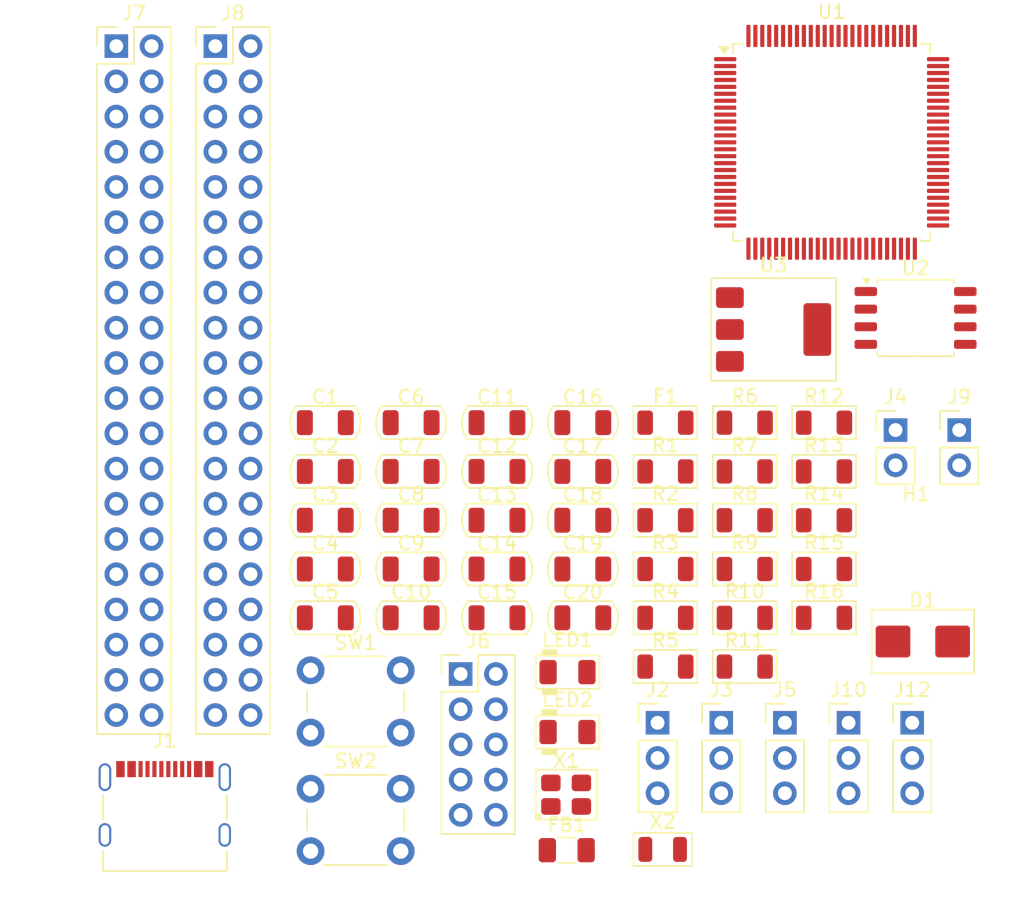
<source format=kicad_pcb>
(kicad_pcb (version 20241229) (generator "pcbnew") (generator_version "9.0")
  (layers (0 "F.Cu" signal) (2 "B.Cu" signal) (13 "F.Paste" user) (15 "B.Paste" user) (5 "F.SilkS" user "F.Silkscreen") (7 "B.SilkS" user "B.Silkscreen") (1 "F.Mask" user) (3 "B.Mask" user) (25 "Edge.Cuts" user))
  (net 0 "")
  (net 1 "GND")
  (net 2 "+BATT")
  (net 3 "Net-(J3-Pin_3)")
  (net 4 "+3.3V")
  (net 5 "Net-(J4-Pin_2)")
  (net 6 "/OSC+")
  (net 7 "/PC14")
  (net 8 "VBUS")
  (net 9 "VDDA")
  (net 10 "/OSC-")
  (net 11 "/PC15")
  (net 12 "/NRST")
  (net 13 "+5V")
  (net 14 "Net-(C18-Pad2)")
  (net 15 "/PIN3_3V")
  (net 16 "Net-(F1-Pad2)")
  (net 17 "Net-(J5-Pin_2)")
  (net 18 "/USBDM")
  (net 19 "Net-(J1-CC2)")
  (net 22 "/USBDP")
  (net 23 "Net-(J1-CC1)")
  (net 24 "Net-(J2-Pin_2)")
  (net 25 "Net-(J3-Pin_2)")
  (net 26 "Net-(J4-Pin_1)")
  (net 27 "/PIN_VDDA")
  (net 28 "/JTDI")
  (net 29 "/JTCK-SWCLK")
  (net 30 "/JTMS-SWDIO")
  (net 31 "/JTDO")
  (net 32 "/SDIO_D0")
  (net 33 "/PE5")
  (net 34 "/PB6")
  (net 35 "/USART1_TX")
  (net 36 "/PE1")
  (net 37 "/PD12")
  (net 38 "/PC13")
  (net 39 "/PD1")
  (net 40 "/PC6")
  (net 41 "/PE0")
  (net 42 "/PB7")
  (net 43 "/SDIO_D2")
  (net 44 "/PB8")
  (net 45 "/PB9")
  (net 46 "/PD4")
  (net 47 "/PD7")
  (net 48 "/PB4")
  (net 49 "/PC7")
  (net 50 "/SDIO_CMD")
  (net 51 "/PE6")
  (net 52 "/PE4")
  (net 53 "/SDIO_D3")
  (net 54 "/PD13")
  (net 55 "/PE2")
  (net 56 "/SDIO_CLK")
  (net 57 "/PD5")
  (net 58 "/PA8")
  (net 59 "/SDIO_D1")
  (net 60 "/PD15")
  (net 61 "/PB5")
  (net 62 "/PE3")
  (net 63 "/PD6")
  (net 64 "/USART1_RX")
  (net 65 "/SDIO_DET")
  (net 66 "/PD14")
  (net 67 "/PD0")
  (net 68 "/PA1")
  (net 69 "/PD11")
  (net 70 "/PA3")
  (net 71 "/SPI1_MISO")
  (net 72 "/SPI1_CS#")
  (net 73 "/PB0")
  (net 74 "/PC0")
  (net 75 "/PD8")
  (net 76 "/PB10")
  (net 77 "/PC5")
  (net 78 "/PB13")
  (net 79 "/PE11")
  (net 80 "/PE13")
  (net 81 "/WKUP")
  (net 82 "/PE9")
  (net 83 "/PC3")
  (net 84 "/PE7")
  (net 85 "/PE8")
  (net 86 "/PC1")
  (net 87 "/PA2")
  (net 88 "/PB14")
  (net 89 "/PC4")
  (net 90 "/PB15")
  (net 91 "/PB11")
  (net 92 "/PE12")
  (net 93 "/PE10")
  (net 94 "/PD9")
  (net 95 "/PC2")
  (net 96 "/PD10")
  (net 97 "/PB1")
  (net 98 "/PB12")
  (net 99 "/SPI1_MOSI")
  (net 100 "/PE15")
  (net 101 "/SPI1_SCLK")
  (net 102 "/PE14")
  (net 103 "Net-(J10-Pin_2)")
  (net 104 "Net-(J12-Pin_2)")
  (net 105 "Net-(LED2-A)")
  (net 106 "/BOOT0")
  (net 107 "/BOOT1")
  (footprint "PCM_Resistor_SMD_AKL:R_1206_3216Metric" (layer "F.Cu") (at 143.145 74.285)
    (property "Reference" "R13" (at 0 -1.905 0) (layer "F.SilkS"))
    (property "Value" "47KΩ" (hide yes))
    (pad "1" smd roundrect (at -1.4625 0) (size 1.125 1.75) (layers "F.Cu" "F.Mask" "F.Paste") (roundrect_rratio 0.222222) (net 43 "/SDIO_D2"))
    (pad "2" smd roundrect (at 1.4625 0) (size 1.125 1.75) (layers "F.Cu" "F.Mask" "F.Paste") (roundrect_rratio 0.222222) (net 4 "+3.3V"))
  )
  (footprint "PCM_Capacitor_SMD_AKL:C_1206_3216Metric" (layer "F.Cu") (at 119.558799 77.805)
    (property "Reference" "C13" (at 0 -1.85 0) (layer "F.SilkS"))
    (property "Value" "100nF" (hide yes))
    (pad "1" smd roundrect (at -1.475 0) (size 1.15 1.8) (layers "F.Cu" "F.Mask" "F.Paste") (roundrect_rratio 0.217391) (net 4 "+3.3V"))
    (pad "2" smd roundrect (at 1.475 0) (size 1.15 1.8) (layers "F.Cu" "F.Mask" "F.Paste") (roundrect_rratio 0.217391) (net 1 "GND"))
  )
  (footprint "Connector_PinHeader_2.54mm:PinHeader_1x02_P2.54mm_Vertical" (layer "F.Cu") (at 148.3 71.3)
    (property "Reference" "J4" (at 0 -2.38 0) (layer "F.SilkS"))
    (property "Value" "Conn_01x02")
    (pad "1" thru_hole rect (at 0 0) (size 1.7 1.7) (drill 1) (layers "*.Cu" "*.Mask") (net 26 "Net-(J4-Pin_1)"))
    (pad "2" thru_hole circle (at 0 2.54) (size 1.7 1.7) (drill 1) (layers "*.Cu" "*.Mask") (net 5 "Net-(J4-Pin_2)"))
  )
  (footprint "PCM_Capacitor_SMD_AKL:C_1206_3216Metric" (layer "F.Cu") (at 125.747386 70.765)
    (property "Reference" "C16" (at 0 -1.85 0) (layer "F.SilkS"))
    (property "Value" "100nF" (hide yes))
    (pad "1" smd roundrect (at -1.475 0) (size 1.15 1.8) (layers "F.Cu" "F.Mask" "F.Paste") (roundrect_rratio 0.217391) (net 12 "/NRST"))
    (pad "2" smd roundrect (at 1.475 0) (size 1.15 1.8) (layers "F.Cu" "F.Mask" "F.Paste") (roundrect_rratio 0.217391) (net 1 "GND"))
  )
  (footprint "Connector_PinHeader_2.54mm:PinHeader_2x20_P2.54mm_Vertical" (layer "F.Cu") (at 99.25 43.6)
    (property "Reference" "J8" (at 1.27 -2.38 0) (layer "F.SilkS"))
    (property "Value" "Conn_02x20_Odd_Even")
    (pad "1" thru_hole rect (at 0 0) (size 1.7 1.7) (drill 1) (layers "*.Cu" "*.Mask") (net 68 "/PA1"))
    (pad "2" thru_hole circle (at 2.54 0) (size 1.7 1.7) (drill 1) (layers "*.Cu" "*.Mask") (net 87 "/PA2"))
    (pad "3" thru_hole circle (at 0 2.54) (size 1.7 1.7) (drill 1) (layers "*.Cu" "*.Mask") (net 83 "/PC3"))
    (pad "4" thru_hole circle (at 2.54 2.54) (size 1.7 1.7) (drill 1) (layers "*.Cu" "*.Mask") (net 81 "/WKUP"))
    (pad "5" thru_hole circle (at 0 5.08) (size 1.7 1.7) (drill 1) (layers "*.Cu" "*.Mask") (net 70 "/PA3"))
    (pad "6" thru_hole circle (at 2.54 5.08) (size 1.7 1.7) (drill 1) (layers "*.Cu" "*.Mask") (net 95 "/PC2"))
    (pad "7" thru_hole circle (at 0 7.62) (size 1.7 1.7) (drill 1) (layers "*.Cu" "*.Mask") (net 86 "/PC1"))
    (pad "8" thru_hole circle (at 2.54 7.62) (size 1.7 1.7) (drill 1) (layers "*.Cu" "*.Mask") (net 74 "/PC0"))
    (pad "9" thru_hole circle (at 0 10.16) (size 1.7 1.7) (drill 1) (layers "*.Cu" "*.Mask") (net 12 "/NRST"))
    (pad "10" thru_hole circle (at 2.54 10.16) (size 1.7 1.7) (drill 1) (layers "*.Cu" "*.Mask") (net 72 "/SPI1_CS#"))
    (pad "11" thru_hole circle (at 0 12.7) (size 1.7 1.7) (drill 1) (layers "*.Cu" "*.Mask") (net 101 "/SPI1_SCLK"))
    (pad "12" thru_hole circle (at 2.54 12.7) (size 1.7 1.7) (drill 1) (layers "*.Cu" "*.Mask") (net 71 "/SPI1_MISO"))
    (pad "13" thru_hole circle (at 0 15.24) (size 1.7 1.7) (drill 1) (layers "*.Cu" "*.Mask") (net 99 "/SPI1_MOSI"))
    (pad "14" thru_hole circle (at 2.54 15.24) (size 1.7 1.7) (drill 1) (layers "*.Cu" "*.Mask") (net 89 "/PC4"))
    (pad "15" thru_hole circle (at 0 17.78) (size 1.7 1.7) (drill 1) (layers "*.Cu" "*.Mask") (net 77 "/PC5"))
    (pad "16" thru_hole circle (at 2.54 17.78) (size 1.7 1.7) (drill 1) (layers "*.Cu" "*.Mask") (net 73 "/PB0"))
    (pad "17" thru_hole circle (at 0 20.32) (size 1.7 1.7) (drill 1) (layers "*.Cu" "*.Mask") (net 97 "/PB1"))
    (pad "18" thru_hole circle (at 2.54 20.32) (size 1.7 1.7) (drill 1) (layers "*.Cu" "*.Mask") (net 84 "/PE7"))
    (pad "19" thru_hole circle (at 0 22.86) (size 1.7 1.7) (drill 1) (layers "*.Cu" "*.Mask") (net 85 "/PE8"))
    (pad "20" thru_hole circle (at 2.54 22.86) (size 1.7 1.7) (drill 1) (layers "*.Cu" "*.Mask") (net 82 "/PE9"))
    (pad "21" thru_hole circle (at 0 25.4) (size 1.7 1.7) (drill 1) (layers "*.Cu" "*.Mask") (net 93 "/PE10"))
    (pad "22" thru_hole circle (at 2.54 25.4) (size 1.7 1.7) (drill 1) (layers "*.Cu" "*.Mask") (net 79 "/PE11"))
    (pad "23" thru_hole circle (at 0 27.94) (size 1.7 1.7) (drill 1) (layers "*.Cu" "*.Mask") (net 92 "/PE12"))
    (pad "24" thru_hole circle (at 2.54 27.94) (size 1.7 1.7) (drill 1) (layers "*.Cu" "*.Mask") (net 80 "/PE13"))
    (pad "25" thru_hole circle (at 0 30.48) (size 1.7 1.7) (drill 1) (layers "*.Cu" "*.Mask") (net 102 "/PE14"))
    (pad "26" thru_hole circle (at 2.54 30.48) (size 1.7 1.7) (drill 1) (layers "*.Cu" "*.Mask") (net 100 "/PE15"))
    (pad "27" thru_hole circle (at 0 33.02) (size 1.7 1.7) (drill 1) (layers "*.Cu" "*.Mask") (net 76 "/PB10"))
    (pad "28" thru_hole circle (at 2.54 33.02) (size 1.7 1.7) (drill 1) (layers "*.Cu" "*.Mask") (net 91 "/PB11"))
    (pad "29" thru_hole circle (at 0 35.56) (size 1.7 1.7) (drill 1) (layers "*.Cu" "*.Mask") (net 78 "/PB13"))
    (pad "30" thru_hole circle (at 2.54 35.56) (size 1.7 1.7) (drill 1) (layers "*.Cu" "*.Mask") (net 98 "/PB12"))
    (pad "31" thru_hole circle (at 0 38.1) (size 1.7 1.7) (drill 1) (layers "*.Cu" "*.Mask") (net 88 "/PB14"))
    (pad "32" thru_hole circle (at 2.54 38.1) (size 1.7 1.7) (drill 1) (layers "*.Cu" "*.Mask") (net 90 "/PB15"))
    (pad "33" thru_hole circle (at 0 40.64) (size 1.7 1.7) (drill 1) (layers "*.Cu" "*.Mask") (net 75 "/PD8"))
    (pad "34" thru_hole circle (at 2.54 40.64) (size 1.7 1.7) (drill 1) (layers "*.Cu" "*.Mask") (net 94 "/PD9"))
    (pad "35" thru_hole circle (at 0 43.18) (size 1.7 1.7) (drill 1) (layers "*.Cu" "*.Mask") (net 96 "/PD10"))
    (pad "36" thru_hole circle (at 2.54 43.18) (size 1.7 1.7) (drill 1) (layers "*.Cu" "*.Mask") (net 69 "/PD11"))
    (pad "37" thru_hole circle (at 0 45.72) (size 1.7 1.7) (drill 1) (layers "*.Cu" "*.Mask") (net 15 "/PIN3_3V"))
    (pad "38" thru_hole circle (at 2.54 45.72) (size 1.7 1.7) (drill 1) (layers "*.Cu" "*.Mask") (net 1 "GND"))
    (pad "39" thru_hole circle (at 0 48.26) (size 1.7 1.7) (drill 1) (layers "*.Cu" "*.Mask") (net 27 "/PIN_VDDA"))
    (pad "40" thru_hole circle (at 2.54 48.26) (size 1.7 1.7) (drill 1) (layers "*.Cu" "*.Mask") (net 1 "GND"))
  )
  (footprint "PCM_Package_TO_SOT_SMD_AKL:SOT-223-3_TabPin2" (layer "F.Cu") (at 139.505 64.045)
    (property "Reference" "U3" (at 0 -4.644 0) (layer "F.SilkS"))
    (property "Value" "AZ1117IH-3.3TRE1" (hide yes))
    (pad "1" smd roundrect (at -3.15 -2.3) (size 2 1.5) (layers "F.Cu" "F.Mask" "F.Paste") (roundrect_rratio 0.1666666667) (net 1 "GND"))
    (pad "2" smd roundrect (at -3.15 0) (size 2 1.5) (layers "F.Cu" "F.Mask" "F.Paste") (roundrect_rratio 0.1666666667) (net 15 "/PIN3_3V"))
    (pad "2" smd roundrect (at 3.15 0) (size 2 3.8) (layers "F.Cu" "F.Mask" "F.Paste") (roundrect_rratio 0.125) (net 15 "/PIN3_3V"))
    (pad "3" smd roundrect (at -3.15 2.3) (size 2 1.5) (layers "F.Cu" "F.Mask" "F.Paste") (roundrect_rratio 0.1666666667) (net 13 "+5V"))
  )
  (footprint "Connector_USB:USB_C_Receptacle_Palconn_UTC16-G" (layer "F.Cu") (at 95.61 98.27)
    (property "Reference" "J1" (at 0 -4.58 0) (layer "F.SilkS"))
    (property "Value" "USB_C_Receptacle_USB2.0_16P")
    (pad "" np_thru_hole circle (at -2.89 -1.45 180) (size 0.6 0.6) (drill 0.6) (layers "*.Cu" "*.Mask"))
    (pad "" np_thru_hole circle (at 2.89 -1.45 180) (size 0.6 0.6) (drill 0.6) (layers "*.Cu" "*.Mask"))
    (pad "A1" smd rect (at -3.2 -2.51) (size 0.6 1.16) (layers "F.Cu" "F.Mask" "F.Paste") (net 1 "GND"))
    (pad "A4" smd rect (at -2.4 -2.51) (size 0.6 1.16) (layers "F.Cu" "F.Mask" "F.Paste") (net 16 "Net-(F1-Pad2)"))
    (pad "A5" smd rect (at -1.25 -2.51 180) (size 0.3 1.16) (layers "F.Cu" "F.Mask" "F.Paste") (net 23 "Net-(J1-CC1)"))
    (pad "A6" smd rect (at -0.25 -2.51 180) (size 0.3 1.16) (layers "F.Cu" "F.Mask" "F.Paste") (net 22 "/USBDP"))
    (pad "A7" smd rect (at 0.25 -2.51 180) (size 0.3 1.16) (layers "F.Cu" "F.Mask" "F.Paste") (net 18 "/USBDM"))
    (pad "A8" smd rect (at 1.25 -2.51 180) (size 0.3 1.16) (layers "F.Cu" "F.Mask" "F.Paste"))
    (pad "A9" smd rect (at 2.4 -2.51) (size 0.6 1.16) (layers "F.Cu" "F.Mask" "F.Paste") (net 16 "Net-(F1-Pad2)"))
    (pad "A12" smd rect (at 3.2 -2.51) (size 0.6 1.16) (layers "F.Cu" "F.Mask" "F.Paste") (net 1 "GND"))
    (pad "B1" smd rect (at 3.2 -2.51) (size 0.6 1.16) (layers "F.Cu" "F.Mask" "F.Paste") (net 1 "GND"))
    (pad "B4" smd rect (at 2.4 -2.51) (size 0.6 1.16) (layers "F.Cu" "F.Mask" "F.Paste") (net 16 "Net-(F1-Pad2)"))
    (pad "B5" smd rect (at 1.75 -2.51 180) (size 0.3 1.16) (layers "F.Cu" "F.Mask" "F.Paste") (net 19 "Net-(J1-CC2)"))
    (pad "B6" smd rect (at 0.75 -2.51 180) (size 0.3 1.16) (layers "F.Cu" "F.Mask" "F.Paste") (net 22 "/USBDP"))
    (pad "B7" smd rect (at -0.75 -2.51 180) (size 0.3 1.16) (layers "F.Cu" "F.Mask" "F.Paste") (net 18 "/USBDM"))
    (pad "B8" smd rect (at -1.75 -2.51 180) (size 0.3 1.16) (layers "F.Cu" "F.Mask" "F.Paste"))
    (pad "B9" smd rect (at -2.4 -2.51) (size 0.6 1.16) (layers "F.Cu" "F.Mask" "F.Paste") (net 16 "Net-(F1-Pad2)"))
    (pad "B12" smd rect (at -3.2 -2.51) (size 0.6 1.16) (layers "F.Cu" "F.Mask" "F.Paste") (net 1 "GND"))
    (pad "S1" thru_hole oval (at -4.32 -1.93 90) (size 2 0.9) (drill oval 1.7 0.6) (property pad_prop_heatsink) (layers "*.Cu" "*.Mask") (net 1 "GND"))
    (pad "S1" thru_hole oval (at -4.32 2.24 90) (size 1.7 0.9) (drill oval 1.4 0.6) (property pad_prop_heatsink) (layers "*.Cu" "*.Mask") (net 1 "GND"))
    (pad "S1" thru_hole oval (at 4.32 -1.93 90) (size 2 0.9) (drill oval 1.7 0.6) (property pad_prop_heatsink) (layers "*.Cu" "*.Mask") (net 1 "GND"))
    (pad "S1" thru_hole oval (at 4.32 2.24 90) (size 1.7 0.9) (drill oval 1.4 0.6) (property pad_prop_heatsink) (layers "*.Cu" "*.Mask") (net 1 "GND"))
  )
  (footprint "PCM_Resistor_SMD_AKL:R_1206_3216Metric" (layer "F.Cu") (at 143.145 81.325)
    (property "Reference" "R15" (at 0 -1.905 0) (layer "F.SilkS"))
    (property "Value" "10KΩ" (hide yes))
    (pad "1" smd roundrect (at -1.4625 0) (size 1.125 1.75) (layers "F.Cu" "F.Mask" "F.Paste") (roundrect_rratio 0.222222) (net 4 "+3.3V"))
    (pad "2" smd roundrect (at 1.4625 0) (size 1.125 1.75) (layers "F.Cu" "F.Mask" "F.Paste") (roundrect_rratio 0.222222) (net 105 "Net-(LED2-A)"))
  )
  (footprint "PCM_Capacitor_SMD_AKL:C_1206_3216Metric" (layer "F.Cu") (at 113.370212 74.285)
    (property "Reference" "C7" (at 0 -1.85 0) (layer "F.SilkS"))
    (property "Value" "100nF" (hide yes))
    (pad "1" smd roundrect (at -1.475 0) (size 1.15 1.8) (layers "F.Cu" "F.Mask" "F.Paste") (roundrect_rratio 0.217391) (net 4 "+3.3V"))
    (pad "2" smd roundrect (at 1.475 0) (size 1.15 1.8) (layers "F.Cu" "F.Mask" "F.Paste") (roundrect_rratio 0.217391) (net 1 "GND"))
  )
  (footprint "PCM_Resistor_SMD_AKL:R_1206_3216Metric" (layer "F.Cu") (at 131.705 70.765)
    (property "Reference" "F1" (at 0 -1.905 0) (layer "F.SilkS"))
    (property "Value" "5V1A" (hide yes))
    (pad "1" smd roundrect (at -1.4625 0) (size 1.125 1.75) (layers "F.Cu" "F.Mask" "F.Paste") (roundrect_rratio 0.222222) (net 8 "VBUS"))
    (pad "2" smd roundrect (at 1.4625 0) (size 1.125 1.75) (layers "F.Cu" "F.Mask" "F.Paste") (roundrect_rratio 0.222222) (net 16 "Net-(F1-Pad2)"))
  )
  (footprint "PCM_Capacitor_SMD_AKL:C_1206_3216Metric" (layer "F.Cu") (at 113.370212 77.805)
    (property "Reference" "C8" (at 0 -1.85 0) (layer "F.SilkS"))
    (property "Value" "100nF" (hide yes))
    (pad "1" smd roundrect (at -1.475 0) (size 1.15 1.8) (layers "F.Cu" "F.Mask" "F.Paste") (roundrect_rratio 0.217391) (net 4 "+3.3V"))
    (pad "2" smd roundrect (at 1.475 0) (size 1.15 1.8) (layers "F.Cu" "F.Mask" "F.Paste") (roundrect_rratio 0.217391) (net 1 "GND"))
  )
  (footprint "Connector_PinHeader_2.54mm:PinHeader_2x20_P2.54mm_Vertical" (layer "F.Cu") (at 92.11 43.6)
    (property "Reference" "J7" (at 1.27 -2.38 0) (layer "F.SilkS"))
    (property "Value" "Conn_02x20_Odd_Even")
    (pad "1" thru_hole rect (at 0 0) (size 1.7 1.7) (drill 1) (layers "*.Cu" "*.Mask") (net 33 "/PE5"))
    (pad "2" thru_hole circle (at 2.54 0) (size 1.7 1.7) (drill 1) (layers "*.Cu" "*.Mask") (net 51 "/PE6"))
    (pad "3" thru_hole circle (at 0 2.54) (size 1.7 1.7) (drill 1) (layers "*.Cu" "*.Mask") (net 62 "/PE3"))
    (pad "4" thru_hole circle (at 2.54 2.54) (size 1.7 1.7) (drill 1) (layers "*.Cu" "*.Mask") (net 52 "/PE4"))
    (pad "5" thru_hole circle (at 0 5.08) (size 1.7 1.7) (drill 1) (layers "*.Cu" "*.Mask") (net 38 "/PC13"))
    (pad "6" thru_hole circle (at 2.54 5.08) (size 1.7 1.7) (drill 1) (layers "*.Cu" "*.Mask") (net 55 "/PE2"))
    (pad "7" thru_hole circle (at 0 7.62) (size 1.7 1.7) (drill 1) (layers "*.Cu" "*.Mask") (net 41 "/PE0"))
    (pad "8" thru_hole circle (at 2.54 7.62) (size 1.7 1.7) (drill 1) (layers "*.Cu" "*.Mask") (net 36 "/PE1"))
    (pad "9" thru_hole circle (at 0 10.16) (size 1.7 1.7) (drill 1) (layers "*.Cu" "*.Mask") (net 44 "/PB8"))
    (pad "10" thru_hole circle (at 2.54 10.16) (size 1.7 1.7) (drill 1) (layers "*.Cu" "*.Mask") (net 45 "/PB9"))
    (pad "11" thru_hole circle (at 0 12.7) (size 1.7 1.7) (drill 1) (layers "*.Cu" "*.Mask") (net 34 "/PB6"))
    (pad "12" thru_hole circle (at 2.54 12.7) (size 1.7 1.7) (drill 1) (layers "*.Cu" "*.Mask") (net 42 "/PB7"))
    (pad "13" thru_hole circle (at 0 15.24) (size 1.7 1.7) (drill 1) (layers "*.Cu" "*.Mask") (net 48 "/PB4"))
    (pad "14" thru_hole circle (at 2.54 15.24) (size 1.7 1.7) (drill 1) (layers "*.Cu" "*.Mask") (net 61 "/PB5"))
    (pad "15" thru_hole circle (at 0 17.78) (size 1.7 1.7) (drill 1) (layers "*.Cu" "*.Mask") (net 47 "/PD7"))
    (pad "16" thru_hole circle (at 2.54 17.78) (size 1.7 1.7) (drill 1) (layers "*.Cu" "*.Mask") (net 63 "/PD6"))
    (pad "17" thru_hole circle (at 0 20.32) (size 1.7 1.7) (drill 1) (layers "*.Cu" "*.Mask") (net 46 "/PD4"))
    (pad "18" thru_hole circle (at 2.54 20.32) (size 1.7 1.7) (drill 1) (layers "*.Cu" "*.Mask") (net 57 "/PD5"))
    (pad "19" thru_hole circle (at 0 22.86) (size 1.7 1.7) (drill 1) (layers "*.Cu" "*.Mask") (net 50 "/SDIO_CMD"))
    (pad "20" thru_hole circle (at 2.54 22.86) (size 1.7 1.7) (drill 1) (layers "*.Cu" "*.Mask") (net 65 "/SDIO_DET"))
    (pad "21" thru_hole circle (at 0 25.4) (size 1.7 1.7) (drill 1) (layers "*.Cu" "*.Mask") (net 67 "/PD0"))
    (pad "22" thru_hole circle (at 2.54 25.4) (size 1.7 1.7) (drill 1) (layers "*.Cu" "*.Mask") (net 39 "/PD1"))
    (pad "23" thru_hole circle (at 0 27.94) (size 1.7 1.7) (drill 1) (layers "*.Cu" "*.Mask") (net 53 "/SDIO_D3"))
    (pad "24" thru_hole circle (at 2.54 27.94) (size 1.7 1.7) (drill 1) (layers "*.Cu" "*.Mask") (net 56 "/SDIO_CLK"))
    (pad "25" thru_hole circle (at 0 30.48) (size 1.7 1.7) (drill 1) (layers "*.Cu" "*.Mask") (net 64 "/USART1_RX"))
    (pad "26" thru_hole circle (at 2.54 30.48) (size 1.7 1.7) (drill 1) (layers "*.Cu" "*.Mask") (net 43 "/SDIO_D2"))
    (pad "27" thru_hole circle (at 0 33.02) (size 1.7 1.7) (drill 1) (layers "*.Cu" "*.Mask") (net 58 "/PA8"))
    (pad "28" thru_hole circle (at 2.54 33.02) (size 1.7 1.7) (drill 1) (layers "*.Cu" "*.Mask") (net 35 "/USART1_TX"))
    (pad "29" thru_hole circle (at 0 35.56) (size 1.7 1.7) (drill 1) (layers "*.Cu" "*.Mask") (net 32 "/SDIO_D0"))
    (pad "30" thru_hole circle (at 2.54 35.56) (size 1.7 1.7) (drill 1) (layers "*.Cu" "*.Mask") (net 59 "/SDIO_D1"))
    (pad "31" thru_hole circle (at 0 38.1) (size 1.7 1.7) (drill 1) (layers "*.Cu" "*.Mask") (net 40 "/PC6"))
    (pad "32" thru_hole circle (at 2.54 38.1) (size 1.7 1.7) (drill 1) (layers "*.Cu" "*.Mask") (net 49 "/PC7"))
    (pad "33" thru_hole circle (at 0 40.64) (size 1.7 1.7) (drill 1) (layers "*.Cu" "*.Mask") (net 66 "/PD14"))
    (pad "34" thru_hole circle (at 2.54 40.64) (size 1.7 1.7) (drill 1) (layers "*.Cu" "*.Mask") (net 60 "/PD15"))
    (pad "35" thru_hole circle (at 0 43.18) (size 1.7 1.7) (drill 1) (layers "*.Cu" "*.Mask") (net 37 "/PD12"))
    (pad "36" thru_hole circle (at 2.54 43.18) (size 1.7 1.7) (drill 1) (layers "*.Cu" "*.Mask") (net 54 "/PD13"))
    (pad "37" thru_hole circle (at 0 45.72) (size 1.7 1.7) (drill 1) (layers "*.Cu" "*.Mask") (net 1 "GND"))
    (pad "38" thru_hole circle (at 2.54 45.72) (size 1.7 1.7) (drill 1) (layers "*.Cu" "*.Mask") (net 8 "VBUS"))
    (pad "39" thru_hole circle (at 0 48.26) (size 1.7 1.7) (drill 1) (layers "*.Cu" "*.Mask") (net 1 "GND"))
    (pad "40" thru_hole circle (at 2.54 48.26) (size 1.7 1.7) (drill 1) (layers "*.Cu" "*.Mask") (net 2 "+BATT"))
  )
  (footprint "PCM_Capacitor_SMD_AKL:C_1206_3216Metric" (layer "F.Cu") (at 119.558799 84.845)
    (property "Reference" "C15" (at 0 -1.85 0) (layer "F.SilkS"))
    (property "Value" "22pF" (hide yes))
    (pad "1" smd roundrect (at -1.475 0) (size 1.15 1.8) (layers "F.Cu" "F.Mask" "F.Paste") (roundrect_rratio 0.217391) (net 11 "/PC15"))
    (pad "2" smd roundrect (at 1.475 0) (size 1.15 1.8) (layers "F.Cu" "F.Mask" "F.Paste") (roundrect_rratio 0.217391) (net 1 "GND"))
  )
  (footprint "Connector_PinHeader_2.54mm:PinHeader_1x02_P2.54mm_Vertical" (layer "F.Cu") (at 152.89 71.3)
    (property "Reference" "J9" (at 0 -2.38 0) (layer "F.SilkS"))
    (property "Value" "Conn_01x02")
    (pad "1" thru_hole rect (at 0 0) (size 1.7 1.7) (drill 1) (layers "*.Cu" "*.Mask") (net 4 "+3.3V"))
    (pad "2" thru_hole circle (at 0 2.54) (size 1.7 1.7) (drill 1) (layers "*.Cu" "*.Mask") (net 15 "/PIN3_3V"))
  )
  (footprint "PCM_Capacitor_SMD_AKL:C_1206_3216Metric" (layer "F.Cu") (at 107.181625 84.845)
    (property "Reference" "C5" (at 0 -1.85 0) (layer "F.SilkS"))
    (property "Value" "100nF" (hide yes))
    (pad "1" smd roundrect (at -1.475 0) (size 1.15 1.8) (layers "F.Cu" "F.Mask" "F.Paste") (roundrect_rratio 0.217391) (net 4 "+3.3V"))
    (pad "2" smd roundrect (at 1.475 0) (size 1.15 1.8) (layers "F.Cu" "F.Mask" "F.Paste") (roundrect_rratio 0.217391) (net 1 "GND"))
  )
  (footprint "PCM_Capacitor_SMD_AKL:C_1206_3216Metric" (layer "F.Cu") (at 107.181625 81.325)
    (property "Reference" "C4" (at 0 -1.85 0) (layer "F.SilkS"))
    (property "Value" "100nF" (hide yes))
    (pad "1" smd roundrect (at -1.475 0) (size 1.15 1.8) (layers "F.Cu" "F.Mask" "F.Paste") (roundrect_rratio 0.217391) (net 4 "+3.3V"))
    (pad "2" smd roundrect (at 1.475 0) (size 1.15 1.8) (layers "F.Cu" "F.Mask" "F.Paste") (roundrect_rratio 0.217391) (net 1 "GND"))
  )
  (footprint "PCM_Resistor_SMD_AKL:R_1206_3216Metric" (layer "F.Cu") (at 131.705 77.805)
    (property "Reference" "R2" (at 0 -1.905 0) (layer "F.SilkS"))
    (property "Value" "5.1KΩ" (hide yes))
    (pad "1" smd roundrect (at -1.4625 0) (size 1.125 1.75) (layers "F.Cu" "F.Mask" "F.Paste") (roundrect_rratio 0.222222) (net 1 "GND"))
    (pad "2" smd roundrect (at 1.4625 0) (size 1.125 1.75) (layers "F.Cu" "F.Mask" "F.Paste") (roundrect_rratio 0.222222) (net 19 "Net-(J1-CC2)"))
  )
  (footprint "PCM_LED_SMD_AKL:LED_1206_3216Metric" (layer "F.Cu") (at 124.645 93.085)
    (property "Reference" "LED2" (at 0 -2.32 0) (layer "F.SilkS"))
    (property "Value" "红" (hide yes))
    (pad "1" smd roundrect (at -1.4 0) (size 1.25 1.75) (layers "F.Cu" "F.Mask" "F.Paste") (roundrect_rratio 0.2) (net 1 "GND"))
    (pad "2" smd roundrect (at 1.4 0) (size 1.25 1.75) (layers "F.Cu" "F.Mask" "F.Paste") (roundrect_rratio 0.2) (net 105 "Net-(LED2-A)"))
  )
  (footprint "Connector_PinHeader_2.54mm:PinHeader_1x03_P2.54mm_Vertical" (layer "F.Cu") (at 149.5 92.42)
    (property "Reference" "J12" (at 0 -2.38 0) (layer "F.SilkS"))
    (property "Value" "Conn_01x03")
    (pad "1" thru_hole rect (at 0 0) (size 1.7 1.7) (drill 1) (layers "*.Cu" "*.Mask") (net 1 "GND"))
    (pad "2" thru_hole circle (at 0 2.54) (size 1.7 1.7) (drill 1) (layers "*.Cu" "*.Mask") (net 104 "Net-(J12-Pin_2)"))
    (pad "3" thru_hole circle (at 0 5.08) (size 1.7 1.7) (drill 1) (layers "*.Cu" "*.Mask") (net 4 "+3.3V"))
  )
  (footprint "MountingHole:MountingHole_3mm" (layer "F.Cu") (at 149.78 79.92)
    (property "Reference" "H1" (at 0 -4 0) (layer "F.SilkS"))
    (property "Value" "MountingHole_Pad")
    (pad "" np_thru_hole circle (at 0 0) (size 3 3) (drill 3) (layers "*.Cu" "*.Mask"))
  )
  (footprint "PCM_4ms_Resistor:R_1206_3216Metric" (layer "F.Cu") (at 124.59 101.61)
    (property "Reference" "FB1" (at 0 -1.82 0) (layer "F.SilkS"))
    (property "Value" "FerriteBead")
    (pad "1" smd roundrect (at -1.4 0) (size 1.25 1.75) (layers "F.Cu" "F.Mask" "F.Paste") (roundrect_rratio 0.2) (net 17 "Net-(J5-Pin_2)"))
    (pad "2" smd roundrect (at 1.4 0) (size 1.25 1.75) (layers "F.Cu" "F.Mask" "F.Paste") (roundrect_rratio 0.2) (net 9 "VDDA"))
  )
  (footprint "PCM_Resistor_SMD_AKL:R_1206_3216Metric" (layer "F.Cu") (at 131.705 88.365)
    (property "Reference" "R5" (at 0 -1.905 0) (layer "F.SilkS"))
    (property "Value" "10KΩ" (hide yes))
    (pad "1" smd roundrect (at -1.4625 0) (size 1.125 1.75) (layers "F.Cu" "F.Mask" "F.Paste") (roundrect_rratio 0.222222) (net 4 "+3.3V"))
    (pad "2" smd roundrect (at 1.4625 0) (size 1.125 1.75) (layers "F.Cu" "F.Mask" "F.Paste") (roundrect_rratio 0.222222) (net 12 "/NRST"))
  )
  (footprint "PCM_Capacitor_SMD_AKL:C_1206_3216Metric" (layer "F.Cu") (at 125.747386 74.285)
    (property "Reference" "C17" (at 0 -1.85 0) (layer "F.SilkS"))
    (property "Value" "10uF" (hide yes))
    (pad "1" smd roundrect (at -1.475 0) (size 1.15 1.8) (layers "F.Cu" "F.Mask" "F.Paste") (roundrect_rratio 0.217391) (net 13 "+5V"))
    (pad "2" smd roundrect (at 1.475 0) (size 1.15 1.8) (layers "F.Cu" "F.Mask" "F.Paste") (roundrect_rratio 0.217391) (net 1 "GND"))
  )
  (footprint "Connector_PinHeader_2.54mm:PinHeader_2x05_P2.54mm_Vertical" (layer "F.Cu") (at 116.94 88.9)
    (property "Reference" "J6" (at 1.27 -2.38 0) (layer "F.SilkS"))
    (property "Value" "PINHD_2x5_Male")
    (pad "1" thru_hole rect (at 0 0) (size 1.7 1.7) (drill 1) (layers "*.Cu" "*.Mask") (net 1 "GND"))
    (pad "2" thru_hole circle (at 2.54 0) (size 1.7 1.7) (drill 1) (layers "*.Cu" "*.Mask") (net 4 "+3.3V"))
    (pad "3" thru_hole circle (at 0 2.54) (size 1.7 1.7) (drill 1) (layers "*.Cu" "*.Mask") (net 1 "GND"))
    (pad "4" thru_hole circle (at 2.54 2.54) (size 1.7 1.7) (drill 1) (layers "*.Cu" "*.Mask") (net 30 "/JTMS-SWDIO"))
    (pad "5" thru_hole circle (at 0 5.08) (size 1.7 1.7) (drill 1) (layers "*.Cu" "*.Mask") (net 1 "GND"))
    (pad "6" thru_hole circle (at 2.54 5.08) (size 1.7 1.7) (drill 1) (layers "*.Cu" "*.Mask") (net 29 "/JTCK-SWCLK"))
    (pad "7" thru_hole circle (at 0 7.62) (size 1.7 1.7) (drill 1) (layers "*.Cu" "*.Mask") (net 31 "/JTDO"))
    (pad "8" thru_hole circle (at 2.54 7.62) (size 1.7 1.7) (drill 1) (layers "*.Cu" "*.Mask") (net 1 "GND"))
    (pad "9" thru_hole circle (at 0 10.16) (size 1.7 1.7) (drill 1) (layers "*.Cu" "*.Mask") (net 28 "/JTDI"))
    (pad "10" thru_hole circle (at 2.54 10.16) (size 1.7 1.7) (drill 1) (layers "*.Cu" "*.Mask") (net 12 "/NRST"))
  )
  (footprint "Connector_PinHeader_2.54mm:PinHeader_1x03_P2.54mm_Vertical" (layer "F.Cu") (at 131.14 92.42)
    (property "Reference" "J2" (at 0 -2.38 0) (layer "F.SilkS"))
    (property "Value" "Conn_01x03")
    (pad "1" thru_hole rect (at 0 0) (size 1.7 1.7) (drill 1) (layers "*.Cu" "*.Mask") (net 4 "+3.3V"))
    (pad "2" thru_hole circle (at 0 2.54) (size 1.7 1.7) (drill 1) (layers "*.Cu" "*.Mask") (net 24 "Net-(J2-Pin_2)"))
    (pad "3" thru_hole circle (at 0 5.08) (size 1.7 1.7) (drill 1) (layers "*.Cu" "*.Mask") (net 1 "GND"))
  )
  (footprint "PCM_Capacitor_SMD_AKL:C_1206_3216Metric" (layer "F.Cu") (at 113.370212 84.845)
    (property "Reference" "C10" (at 0 -1.85 0) (layer "F.SilkS"))
    (property "Value" "22pF" (hide yes))
    (pad "1" smd roundrect (at -1.475 0) (size 1.15 1.8) (layers "F.Cu" "F.Mask" "F.Paste") (roundrect_rratio 0.217391) (net 7 "/PC14"))
    (pad "2" smd roundrect (at 1.475 0) (size 1.15 1.8) (layers "F.Cu" "F.Mask" "F.Paste") (roundrect_rratio 0.217391) (net 1 "GND"))
  )
  (footprint "PCM_Resistor_SMD_AKL:R_1206_3216Metric" (layer "F.Cu") (at 137.425 84.845)
    (property "Reference" "R10" (at 0 -1.905 0) (layer "F.SilkS"))
    (property "Value" "47KΩ" (hide yes))
    (pad "1" smd roundrect (at -1.4625 0) (size 1.125 1.75) (layers "F.Cu" "F.Mask" "F.Paste") (roundrect_rratio 0.222222) (net 32 "/SDIO_D0"))
    (pad "2" smd roundrect (at 1.4625 0) (size 1.125 1.75) (layers "F.Cu" "F.Mask" "F.Paste") (roundrect_rratio 0.222222) (net 4 "+3.3V"))
  )
  (footprint "Connector_PinHeader_2.54mm:PinHeader_1x03_P2.54mm_Vertical" (layer "F.Cu") (at 135.73 92.42)
    (property "Reference" "J3" (at 0 -2.38 0) (layer "F.SilkS"))
    (property "Value" "Conn_01x03")
    (pad "1" thru_hole rect (at 0 0) (size 1.7 1.7) (drill 1) (layers "*.Cu" "*.Mask") (net 1 "GND"))
    (pad "2" thru_hole circle (at 0 2.54) (size 1.7 1.7) (drill 1) (layers "*.Cu" "*.Mask") (net 25 "Net-(J3-Pin_2)"))
    (pad "3" thru_hole circle (at 0 5.08) (size 1.7 1.7) (drill 1) (layers "*.Cu" "*.Mask") (net 3 "Net-(J3-Pin_3)"))
  )
  (footprint "PCM_Crystal_AKL:Crystal_SMD_3215-2Pin_3.2x1.5mm" (layer "F.Cu") (at 131.505 101.555)
    (property "Reference" "X2" (at 0 -2 0) (layer "F.SilkS"))
    (property "Value" "SMD3215-2" (hide yes))
    (pad "1" smd roundrect (at 1.25 0) (size 1 1.8) (layers "F.Cu" "F.Mask" "F.Paste") (net 11 "/PC15"))
    (pad "2" smd roundrect (at -1.25 0) (size 1 1.8) (layers "F.Cu" "F.Mask" "F.Paste") (net 7 "/PC14"))
  )
  (footprint "PCM_Resistor_SMD_AKL:R_1206_3216Metric" (layer "F.Cu") (at 137.425 74.285)
    (property "Reference" "R7" (at 0 -1.905 0) (layer "F.SilkS"))
    (property "Value" "47KΩ" (hide yes))
    (pad "1" smd roundrect (at -1.4625 0) (size 1.125 1.75) (layers "F.Cu" "F.Mask" "F.Paste") (roundrect_rratio 0.222222) (net 65 "/SDIO_DET"))
    (pad "2" smd roundrect (at 1.4625 0) (size 1.125 1.75) (layers "F.Cu" "F.Mask" "F.Paste") (roundrect_rratio 0.222222) (net 4 "+3.3V"))
  )
  (footprint "PCM_Capacitor_SMD_AKL:C_1206_3216Metric" (layer "F.Cu") (at 119.558799 70.765)
    (property "Reference" "C11" (at 0 -1.85 0) (layer "F.SilkS"))
    (property "Value" "100nF" (hide yes))
    (pad "1" smd roundrect (at -1.475 0) (size 1.15 1.8) (layers "F.Cu" "F.Mask" "F.Paste") (roundrect_rratio 0.217391) (net 8 "VBUS"))
    (pad "2" smd roundrect (at 1.475 0) (size 1.15 1.8) (layers "F.Cu" "F.Mask" "F.Paste") (roundrect_rratio 0.217391) (net 1 "GND"))
  )
  (footprint "Connector_PinHeader_2.54mm:PinHeader_1x03_P2.54mm_Vertical" (layer "F.Cu") (at 140.32 92.42)
    (property "Reference" "J5" (at 0 -2.38 0) (layer "F.SilkS"))
    (property "Value" "Conn_01x03")
    (pad "1" thru_hole rect (at 0 0) (size 1.7 1.7) (drill 1) (layers "*.Cu" "*.Mask") (net 27 "/PIN_VDDA"))
    (pad "2" thru_hole circle (at 0 2.54) (size 1.7 1.7) (drill 1) (layers "*.Cu" "*.Mask") (net 17 "Net-(J5-Pin_2)"))
    (pad "3" thru_hole circle (at 0 5.08) (size 1.7 1.7) (drill 1) (layers "*.Cu" "*.Mask") (net 4 "+3.3V"))
  )
  (footprint "PCM_Capacitor_SMD_AKL:C_1206_3216Metric" (layer "F.Cu") (at 107.181625 74.285)
    (property "Reference" "C2" (at 0 -1.85 0) (layer "F.SilkS"))
    (property "Value" "2.2uF" (hide yes))
    (pad "1" smd roundrect (at -1.475 0) (size 1.15 1.8) (layers "F.Cu" "F.Mask" "F.Paste") (roundrect_rratio 0.217391) (net 3 "Net-(J3-Pin_3)"))
    (pad "2" smd roundrect (at 1.475 0) (size 1.15 1.8) (layers "F.Cu" "F.Mask" "F.Paste") (roundrect_rratio 0.217391) (net 1 "GND"))
  )
  (footprint "PCM_Resistor_SMD_AKL:R_1206_3216Metric" (layer "F.Cu") (at 143.145 84.845)
    (property "Reference" "R16" (at 0 -1.905 0) (layer "F.SilkS"))
    (property "Value" "10KΩ" (hide yes))
    (pad "1" smd roundrect (at -1.4625 0) (size 1.125 1.75) (layers "F.Cu" "F.Mask" "F.Paste") (roundrect_rratio 0.222222) (net 107 "/BOOT1"))
    (pad "2" smd roundrect (at 1.4625 0) (size 1.125 1.75) (layers "F.Cu" "F.Mask" "F.Paste") (roundrect_rratio 0.222222) (net 104 "Net-(J12-Pin_2)"))
  )
  (footprint "Button_Switch_THT:SW_PUSH_6mm_H7.3mm" (layer "F.Cu") (at 106.12 97.18)
    (property "Reference" "SW2" (at 3.25 -2 0) (layer "F.SilkS"))
    (property "Value" "SW_Push")
    (pad "1" thru_hole circle (at 0 0 90) (size 2 2) (drill 1.1) (layers "*.Cu" "*.Mask") (net 14 "Net-(C18-Pad2)"))
    (pad "1" thru_hole circle (at 6.5 0 90) (size 2 2) (drill 1.1) (layers "*.Cu" "*.Mask") (net 14 "Net-(C18-Pad2)"))
    (pad "2" thru_hole circle (at 0 4.5 90) (size 2 2) (drill 1.1) (layers "*.Cu" "*.Mask") (net 4 "+3.3V"))
    (pad "2" thru_hole circle (at 6.5 4.5 90) (size 2 2) (drill 1.1) (layers "*.Cu" "*.Mask") (net 4 "+3.3V"))
  )
  (footprint "PCM_Resistor_SMD_AKL:R_1206_3216Metric" (layer "F.Cu") (at 137.425 88.365)
    (property "Reference" "R11" (at 0 -1.905 0) (layer "F.SilkS"))
    (property "Value" "47KΩ" (hide yes))
    (pad "1" smd roundrect (at -1.4625 0) (size 1.125 1.75) (layers "F.Cu" "F.Mask" "F.Paste") (roundrect_rratio 0.222222) (net 50 "/SDIO_CMD"))
    (pad "2" smd roundrect (at 1.4625 0) (size 1.125 1.75) (layers "F.Cu" "F.Mask" "F.Paste") (roundrect_rratio 0.222222) (net 4 "+3.3V"))
  )
  (footprint "Button_Switch_THT:SW_PUSH_6mm_H7.3mm" (layer "F.Cu") (at 106.12 88.63)
    (property "Reference" "SW1" (at 3.25 -2 0) (layer "F.SilkS"))
    (property "Value" "SW_Push")
    (pad "1" thru_hole circle (at 0 0 90) (size 2 2) (drill 1.1) (layers "*.Cu" "*.Mask") (net 1 "GND"))
    (pad "1" thru_hole circle (at 6.5 0 90) (size 2 2) (drill 1.1) (layers "*.Cu" "*.Mask") (net 1 "GND"))
    (pad "2" thru_hole circle (at 0 4.5 90) (size 2 2) (drill 1.1) (layers "*.Cu" "*.Mask") (net 12 "/NRST"))
    (pad "2" thru_hole circle (at 6.5 4.5 90) (size 2 2) (drill 1.1) (layers "*.Cu" "*.Mask") (net 12 "/NRST"))
  )
  (footprint "PCM_Capacitor_SMD_AKL:C_1206_3216Metric" (layer "F.Cu") (at 113.370212 70.765)
    (property "Reference" "C6" (at 0 -1.85 0) (layer "F.SilkS"))
    (property "Value" "2.2uF" (hide yes))
    (pad "1" smd roundrect (at -1.475 0) (size 1.15 1.8) (layers "F.Cu" "F.Mask" "F.Paste") (roundrect_rratio 0.217391) (net 5 "Net-(J4-Pin_2)"))
    (pad "2" smd roundrect (at 1.475 0) (size 1.15 1.8) (layers "F.Cu" "F.Mask" "F.Paste") (roundrect_rratio 0.217391) (net 1 "GND"))
  )
  (footprint "PCM_Resistor_SMD_AKL:R_1206_3216Metric" (layer "F.Cu") (at 137.425 81.325)
    (property "Reference" "R9" (at 0 -1.905 0) (layer "F.SilkS"))
    (property "Value" "47KΩ" (hide yes))
    (pad "1" smd roundrect (at -1.4625 0) (size 1.125 1.75) (layers "F.Cu" "F.Mask" "F.Paste") (roundrect_rratio 0.222222) (net 59 "/SDIO_D1"))
    (pad "2" smd roundrect (at 1.4625 0) (size 1.125 1.75) (layers "F.Cu" "F.Mask" "F.Paste") (roundrect_rratio 0.222222) (net 4 "+3.3V"))
  )
  (footprint "PCM_Resistor_SMD_AKL:R_1206_3216Metric" (layer "F.Cu") (at 131.705 81.325)
    (property "Reference" "R3" (at 0 -1.905 0) (layer "F.SilkS"))
    (property "Value" "5.1KΩ" (hide yes))
    (pad "1" smd roundrect (at -1.4625 0) (size 1.125 1.75) (layers "F.Cu" "F.Mask" "F.Paste") (roundrect_rratio 0.222222) (net 23 "Net-(J1-CC1)"))
    (pad "2" smd roundrect (at 1.4625 0) (size 1.125 1.75) (layers "F.Cu" "F.Mask" "F.Paste") (roundrect_rratio 0.222222) (net 1 "GND"))
  )
  (footprint "PCM_LED_SMD_AKL:LED_1206_3216Metric" (layer "F.Cu") (at 124.645 88.765)
    (property "Reference" "LED1" (at 0 -2.32 0) (layer "F.SilkS"))
    (property "Value" "LED_1206" (hide yes))
    (pad "1" smd roundrect (at -1.4 0) (size 1.25 1.75) (layers "F.Cu" "F.Mask" "F.Paste") (roundrect_rratio 0.2) (net 1 "GND"))
    (pad "2" smd roundrect (at 1.4 0) (size 1.25 1.75) (layers "F.Cu" "F.Mask" "F.Paste") (roundrect_rratio 0.2) (net 8 "VBUS"))
  )
  (footprint "PCM_Capacitor_SMD_AKL:C_1206_3216Metric" (layer "F.Cu") (at 125.747386 84.845)
    (property "Reference" "C20" (at 0 -1.85 0) (layer "F.SilkS"))
    (property "Value" "100nF" (hide yes))
    (pad "1" smd roundrect (at -1.475 0) (size 1.15 1.8) (layers "F.Cu" "F.Mask" "F.Paste") (roundrect_rratio 0.217391) (net 4 "+3.3V"))
    (pad "2" smd roundrect (at 1.475 0) (size 1.15 1.8) (layers "F.Cu" "F.Mask" "F.Paste") (roundrect_rratio 0.217391) (net 1 "GND"))
  )
  (footprint "PCM_Capacitor_SMD_AKL:C_1206_3216Metric" (layer "F.Cu") (at 107.181625 77.805)
    (property "Reference" "C3" (at 0 -1.85 0) (layer "F.SilkS"))
    (property "Value" "100nF" (hide yes))
    (pad "1" smd roundrect (at -1.475 0) (size 1.15 1.8) (layers "F.Cu" "F.Mask" "F.Paste") (roundrect_rratio 0.217391) (net 4 "+3.3V"))
    (pad "2" smd roundrect (at 1.475 0) (size 1.15 1.8) (layers "F.Cu" "F.Mask" "F.Paste") (roundrect_rratio 0.217391) (net 1 "GND"))
  )
  (footprint "PCM_Resistor_SMD_AKL:R_1206_3216Metric" (layer "F.Cu") (at 131.705 84.845)
    (property "Reference" "R4" (at 0 -1.905 0) (layer "F.SilkS"))
    (property "Value" "10KΩ" (hide yes))
    (pad "1" smd roundrect (at -1.4625 0) (size 1.125 1.75) (layers "F.Cu" "F.Mask" "F.Paste") (roundrect_rratio 0.222222) (net 4 "+3.3V"))
    (pad "2" smd roundrect (at 1.4625 0) (size 1.125 1.75) (layers "F.Cu" "F.Mask" "F.Paste") (roundrect_rratio 0.222222) (net 72 "/SPI1_CS#"))
  )
  (footprint "Package_QFP:LQFP-100_14x14mm_P0.5mm" (layer "F.Cu") (at 143.69 50.54)
    (property "Reference" "U1" (at 0 -9.42 0) (layer "F.SilkS"))
    (property "Value" "STM32F103VETx")
    (pad "1" smd roundrect (at -7.675 -6) (size 1.6 0.3) (layers "F.Cu" "F.Mask" "F.Paste") (net 55 "/PE2"))
    (pad "2" smd roundrect (at -7.675 -5.5) (size 1.6 0.3) (layers "F.Cu" "F.Mask" "F.Paste") (net 62 "/PE3"))
    (pad "3" smd roundrect (at -7.675 -5) (size 1.6 0.3) (layers "F.Cu" "F.Mask" "F.Paste") (net 52 "/PE4"))
    (pad "4" smd roundrect (at -7.675 -4.5) (size 1.6 0.3) (layers "F.Cu" "F.Mask" "F.Paste") (net 33 "/PE5"))
    (pad "5" smd roundrect (at -7.675 -4) (size 1.6 0.3) (layers "F.Cu" "F.Mask" "F.Paste") (net 51 "/PE6"))
    (pad "6" smd roundrect (at -7.675 -3.5) (size 1.6 0.3) (layers "F.Cu" "F.Mask" "F.Paste") (net 2 "+BATT"))
    (pad "7" smd roundrect (at -7.675 -3) (size 1.6 0.3) (layers "F.Cu" "F.Mask" "F.Paste") (net 38 "/PC13"))
    (pad "8" smd roundrect (at -7.675 -2.5) (size 1.6 0.3) (layers "F.Cu" "F.Mask" "F.Paste") (net 7 "/PC14"))
    (pad "9" smd roundrect (at -7.675 -2) (size 1.6 0.3) (layers "F.Cu" "F.Mask" "F.Paste") (net 11 "/PC15"))
    (pad "10" smd roundrect (at -7.675 -1.5) (size 1.6 0.3) (layers "F.Cu" "F.Mask" "F.Paste") (net 1 "GND"))
    (pad "11" smd roundrect (at -7.675 -1) (size 1.6 0.3) (layers "F.Cu" "F.Mask" "F.Paste") (net 4 "+3.3V"))
    (pad "12" smd roundrect (at -7.675 -0.5) (size 1.6 0.3) (layers "F.Cu" "F.Mask" "F.Paste") (net 6 "/OSC+"))
    (pad "13" smd roundrect (at -7.675 0) (size 1.6 0.3) (layers "F.Cu" "F.Mask" "F.Paste") (net 10 "/OSC-"))
    (pad "14" smd roundrect (at -7.675 0.5) (size 1.6 0.3) (layers "F.Cu" "F.Mask" "F.Paste") (net 12 "/NRST"))
    (pad "15" smd roundrect (at -7.675 1) (size 1.6 0.3) (layers "F.Cu" "F.Mask" "F.Paste") (net 74 "/PC0"))
    (pad "16" smd roundrect (at -7.675 1.5) (size 1.6 0.3) (layers "F.Cu" "F.Mask" "F.Paste") (net 86 "/PC1"))
    (pad "17" smd roundrect (at -7.675 2) (size 1.6 0.3) (layers "F.Cu" "F.Mask" "F.Paste") (net 95 "/PC2"))
    (pad "18" smd roundrect (at -7.675 2.5) (size 1.6 0.3) (layers "F.Cu" "F.Mask" "F.Paste") (net 83 "/PC3"))
    (pad "19" smd roundrect (at -7.675 3) (size 1.6 0.3) (layers "F.Cu" "F.Mask" "F.Paste") (net 24 "Net-(J2-Pin_2)"))
    (pad "20" smd roundrect (at -7.675 3.5) (size 1.6 0.3) (layers "F.Cu" "F.Mask" "F.Paste") (net 1 "GND"))
    (pad "21" smd roundrect (at -7.675 4) (size 1.6 0.3) (layers "F.Cu" "F.Mask" "F.Paste") (net 4 "+3.3V"))
    (pad "22" smd roundrect (at -7.675 4.5) (size 1.6 0.3) (layers "F.Cu" "F.Mask" "F.Paste") (net 9 "VDDA"))
    (pad "23" smd roundrect (at -7.675 5) (size 1.6 0.3) (layers "F.Cu" "F.Mask" "F.Paste") (net 81 "/WKUP"))
    (pad "24" smd roundrect (at -7.675 5.5) (size 1.6 0.3) (layers "F.Cu" "F.Mask" "F.Paste") (net 68 "/PA1"))
    (pad "25" smd roundrect (at -7.675 6) (size 1.6 0.3) (layers "F.Cu" "F.Mask" "F.Paste") (net 87 "/PA2"))
    (pad "26" smd roundrect (at -6 7.675) (size 0.3 1.6) (layers "F.Cu" "F.Mask" "F.Paste") (net 70 "/PA3"))
    (pad "27" smd roundrect (at -5.5 7.675) (size 0.3 1.6) (layers "F.Cu" "F.Mask" "F.Paste") (net 1 "GND"))
    (pad "28" smd roundrect (at -5 7.675) (size 0.3 1.6) (layers "F.Cu" "F.Mask" "F.Paste") (net 4 "+3.3V"))
    (pad "29" smd roundrect (at -4.5 7.675) (size 0.3 1.6) (layers "F.Cu" "F.Mask" "F.Paste") (net 72 "/SPI1_CS#"))
    (pad "30" smd roundrect (at -4 7.675) (size 0.3 1.6) (layers "F.Cu" "F.Mask" "F.Paste") (net 101 "/SPI1_SCLK"))
    (pad "31" smd roundrect (at -3.5 7.675) (size 0.3 1.6) (layers "F.Cu" "F.Mask" "F.Paste") (net 71 "/SPI1_MISO"))
    (pad "32" smd roundrect (at -3 7.675) (size 0.3 1.6) (layers "F.Cu" "F.Mask" "F.Paste") (net 99 "/SPI1_MOSI"))
    (pad "33" smd roundrect (at -2.5 7.675) (size 0.3 1.6) (layers "F.Cu" "F.Mask" "F.Paste") (net 89 "/PC4"))
    (pad "34" smd roundrect (at -2 7.675) (size 0.3 1.6) (layers "F.Cu" "F.Mask" "F.Paste") (net 77 "/PC5"))
    (pad "35" smd roundrect (at -1.5 7.675) (size 0.3 1.6) (layers "F.Cu" "F.Mask" "F.Paste") (net 73 "/PB0"))
    (pad "36" smd roundrect (at -1 7.675) (size 0.3 1.6) (layers "F.Cu" "F.Mask" "F.Paste") (net 97 "/PB1"))
    (pad "37" smd roundrect (at -0.5 7.675) (size 0.3 1.6) (layers "F.Cu" "F.Mask" "F.Paste") (net 107 "/BOOT1"))
    (pad "38" smd roundrect (at 0 7.675) (size 0.3 1.6) (layers "F.Cu" "F.Mask" "F.Paste") (net 84 "/PE7"))
    (pad "39" smd roundrect (at 0.5 7.675) (size 0.3 1.6) (layers "F.Cu" "F.Mask" "F.Paste") (net 85 "/PE8"))
    (pad "40" smd roundrect (at 1 7.675) (size 0.3 1.6) (layers "F.Cu" "F.Mask" "F.Paste") (net 82 "/PE9"))
    (pad "41" smd roundrect (at 1.5 7.675) (size 0.3 1.6) (layers "F.Cu" "F.Mask" "F.Paste") (net 93 "/PE10"))
    (pad "42" smd roundrect (at 2 7.675) (size 0.3 1.6) (layers "F.Cu" "F.Mask" "F.Paste") (net 79 "/PE11"))
    (pad "43" smd roundrect (at 2.5 7.675) (size 0.3 1.6) (layers "F.Cu" "F.Mask" "F.Paste") (net 92 "/PE12"))
    (pad "44" smd roundrect (at 3 7.675) (size 0.3 1.6) (layers "F.Cu" "F.Mask" "F.Paste") (net 80 "/PE13"))
    (pad "45" smd roundrect (at 3.5 7.675) (size 0.3 1.6) (layers "F.Cu" "F.Mask" "F.Paste") (net 102 "/PE14"))
    (pad "46" smd roundrect (at 4 7.675) (size 0.3 1.6) (layers "F.Cu" "F.Mask" "F.Paste") (net 100 "/PE15"))
    (pad "47" smd roundrect (at 4.5 7.675) (size 0.3 1.6) (layers "F.Cu" "F.Mask" "F.Paste") (net 76 "/PB10"))
    (pad "48" smd roundrect (at 5 7.675) (size 0.3 1.6) (layers "F.Cu" "F.Mask" "F.Paste") (net 91 "/PB11"))
    (pad "49" smd roundrect (at 5.5 7.675) (size 0.3 1.6) (layers "F.Cu" "F.Mask" "F.Paste") (net 25 "Net-(J3-Pin_2)"))
    (pad "50" smd roundrect (at 6 7.675) (size 0.3 1.6) (layers "F.Cu" "F.Mask" "F.Paste") (net 4 "+3.3V"))
    (pad "51" smd roundrect (at 7.675 6) (size 1.6 0.3) (layers "F.Cu" "F.Mask" "F.Paste") (net 98 "/PB12"))
    (pad "52" smd roundrect (at 7.675 5.5) (size 1.6 0.3) (layers "F.Cu" "F.Mask" "F.Paste") (net 78 "/PB13"))
    (pad "53" smd roundrect (at 7.675 5) (size 1.6 0.3) (layers "F.Cu" "F.Mask" "F.Paste") (net 88 "/PB14"))
    (pad "54" smd roundrect (at 7.675 4.5) (size 1.6 0.3) (layers "F.Cu" "F.Mask" "F.Paste") (net 90 "/PB15"))
    (pad "55" smd roundrect (at 7.675 4) (size 1.6 0.3) (layers "F.Cu" "F.Mask" "F.Paste") (net 75 "/PD8"))
    (pad "56" smd roundrect (at 7.675 3.5) (size 1.6 0.3) (layers "F.Cu" "F.Mask" "F.Paste") (net 94 "/PD9"))
    (pad "57" smd roundrect (at 7.675 3) (size 1.6 0.3) (layers "F.Cu" "F.Mask" "F.Paste") (net 96 "/PD10"))
    (pad "58" smd roundrect (at 7.675 2.5) (size 1.6 0.3) (layers "F.Cu" "F.Mask" "F.Paste") (net 69 "/PD11"))
    (pad "59" smd roundrect (at 7.675 2) (size 1.6 0.3) (layers "F.Cu" "F.Mask" "F.Paste") (net 37 "/PD12"))
    (pad "60" smd roundrect (at 7.675 1.5) (size 1.6 0.3) (layers "F.Cu" "F.Mask" "F.Paste") (net 54 "/PD13"))
    (pad "61" smd roundrect (at 7.675 1) (size 1.6 0.3) (layers "F.Cu" "F.Mask" "F.Paste") (net 66 "/PD14"))
    (pad "62" smd roundrect (at 7.675 0.5) (size 1.6 0.3) (layers "F.Cu" "F.Mask" "F.Paste") (net 60 "/PD15"))
    (pad "63" smd roundrect (at 7.675 0) (size 1.6 0.3) (layers "F.Cu" "F.Mask" "F.Paste") (net 40 "/PC6"))
    (pad "64" smd roundrect (at 7.675 -0.5) (size 1.6 0.3) (layers "F.Cu" "F.Mask" "F.Paste") (net 49 "/PC7"))
    (pad "65" smd roundrect (at 7.675 -1) (size 1.6 0.3) (layers "F.Cu" "F.Mask" "F.Paste") (net 32 "/SDIO_D0"))
    (pad "66" smd roundrect (at 7.675 -1.5) (size 1.6 0.3) (layers "F.Cu" "F.Mask" "F.Paste") (net 59 "/SDIO_D1"))
    (pad "67" smd roundrect (at 7.675 -2) (size 1.6 0.3) (layers "F.Cu" "F.Mask" "F.Paste") (net 58 "/PA8"))
    (pad "68" smd roundrect (at 7.675 -2.5) (size 1.6 0.3) (layers "F.Cu" "F.Mask" "F.Paste") (net 35 "/USART1_TX"))
    (pad "69" smd roundrect (at 7.675 -3) (size 1.6 0.3) (layers "F.Cu" "F.Mask" "F.Paste") (net 64 "/USART1_RX"))
    (pad "70" smd roundrect (at 7.675 -3.5) (size 1.6 0.3) (layers "F.Cu" "F.Mask" "F.Paste") (net 18 "/USBDM"))
    (pad "71" smd roundrect (at 7.675 -4) (size 1.6 0.3) (layers "F.Cu" "F.Mask" "F.Paste") (net 22 "/USBDP"))
    (pad "72" smd roundrect (at 7.675 -4.5) (size 1.6 0.3) (layers "F.Cu" "F.Mask" "F.Paste") (net 30 "/JTMS-SWDIO"))
    (pad "73" smd roundrect (at 7.675 -5) (size 1.6 0.3) (layers "F.Cu" "F.Mask" "F.Paste") (net 26 "Net-(J4-Pin_1)"))
    (pad "74" smd roundrect (at 7.675 -5.5) (size 1.6 0.3) (layers "F.Cu" "F.Mask" "F.Paste") (net 1 "GND"))
    (pad "75" smd roundrect (at 7.675 -6) (size 1.6 0.3) (layers "F.Cu" "F.Mask" "F.Paste") (net 4 "+3.3V"))
    (pad "76" smd roundrect (at 6 -7.675) (size 0.3 1.6) (layers "F.Cu" "F.Mask" "F.Paste") (net 29 "/JTCK-SWCLK"))
    (pad "77" smd roundrect (at 5.5 -7.675) (size 0.3 1.6) (layers "F.Cu" "F.Mask" "F.Paste") (net 28 "/JTDI"))
    (pad "78" smd roundrect (at 5 -7.675) (size 0.3 1.6) (layers "F.Cu" "F.Mask" "F.Paste") (net 43 "/SDIO_D2"))
    (pad "79" smd roundrect (at 4.5 -7.675) (size 0.3 1.6) (layers "F.Cu" "F.Mask" "F.Paste") (net 53 "/SDIO_D3"))
    (pad "80" smd roundrect (at 4 -7.675) (size 0.3 1.6) (layers "F.Cu" "F.Mask" "F.Paste") (net 56 "/SDIO_CLK"))
    (pad "81" smd roundrect (at 3.5 -7.675) (size 0.3 1.6) (layers "F.Cu" "F.Mask" "F.Paste") (net 67 "/PD0"))
    (pad "82" smd roundrect (at 3 -7.675) (size 0.3 1.6) (layers "F.Cu" "F.Mask" "F.Paste") (net 39 "/PD1"))
    (pad "83" smd roundrect (at 2.5 -7.675) (size 0.3 1.6) (layers "F.Cu" "F.Mask" "F.Paste") (net 50 "/SDIO_CMD"))
    (pad "84" smd roundrect (at 2 -7.675) (size 0.3 1.6) (layers "F.Cu" "F.Mask" "F.Paste") (net 65 "/SDIO_DET"))
    (pad "85" smd roundrect (at 1.5 -7.675) (size 0.3 1.6) (layers "F.Cu" "F.Mask" "F.Paste") (net 46 "/PD4"))
    (pad "86" smd roundrect (at 1 -7.675) (size 0.3 1.6) (layers "F.Cu" "F.Mask" "F.Paste") (net 57 "/PD5"))
    (pad "87" smd roundrect (at 0.5 -7.675) (size 0.3 1.6) (layers "F.Cu" "F.Mask" "F.Paste") (net 63 "/PD6"))
    (pad "88" smd roundrect (at 0 -7.675) (size 0.3 1.6) (layers "F.Cu" "F.Mask" "F.Paste") (net 47 "/PD7"))
    (pad "89" smd roundrect (at -0.5 -7.675) (size 0.3 1.6) (layers "F.Cu" "F.Mask" "F.Paste") (net 31 "/JTDO"))
    (pad "90" smd roundrect (at -1 -7.675) (size 0.3 1.6) (layers "F.Cu" "F.Mask" "F.Paste") (net 48 "/PB4"))
    (pad "91" smd roundrect (at -1.5 -7.675) (size 0.3 1.6) (layers "F.Cu" "F.Mask" "F.Paste") (net 61 "/PB5"))
    (pad "92" smd roundrect (at -2 -7.675) (size 0.3 1.6) (layers "F.Cu" "F.Mask" "F.Paste") (net 34 "/PB6"))
    (pad "93" smd roundrect (at -2.5 -7.675) (size 0.3 1.6) (layers "F.Cu" "F.Mask" "F.Paste") (net 42 "/PB7"))
    (pad "94" smd roundrect (at -3 -7.675) (size 0.3 1.6) (layers "F.Cu" "F.Mask" "F.Paste") (net 106 "/BOOT0"))
    (pad "95" smd roundrect (at -3.5 -7.675) (size 0.3 1.6) (layers "F.Cu" "F.Mask" "F.Paste") (net 44 "/PB8"))
    (pad "96" smd roundrect (at -4 -7.675) (size 0.3 1.6) (layers "F.Cu" "F.Mask" "F.Paste") (net 45 "/PB9"))
    (pad "97" smd roundrect (at -4.5 -7.675) (size 0.3 1.6) (layers "F.Cu" "F.Mask" "F.Paste") (net 41 "/PE0"))
    (pad "98" smd roundrect (at -5 -7.675) (size 0.3 1.6) (layers "F.Cu" "F.Mask" "F.Paste") (net 36 "/PE1"))
    (pad "99" smd roundrect (at -5.5 -7.675) (size 0.3 1.6) (layers "F.Cu" "F.Mask" "F.Paste") (net 1 "GND"))
    (pad "100" smd roundrect (at -6 -7.675) (size 0.3 1.6) (layers "F.Cu" "F.Mask" "F.Paste") (net 4 "+3.3V"))
  )
  (footprint "PCM_Resistor_SMD_AKL:R_1206_3216Metric" (layer "F.Cu") (at 131.705 74.285)
    (property "Reference" "R1" (at 0 -1.905 0) (layer "F.SilkS"))
    (property "Value" "1.5KΩ" (hide yes))
    (pad "1" smd roundrect (at -1.4625 0) (size 1.125 1.75) (layers "F.Cu" "F.Mask" "F.Paste") (roundrect_rratio 0.222222) (net 4 "+3.3V"))
    (pad "2" smd roundrect (at 1.4625 0) (size 1.125 1.75) (layers "F.Cu" "F.Mask" "F.Paste") (roundrect_rratio 0.222222) (net 22 "/USBDP"))
  )
  (footprint "PCM_Diode_SMD_AKL:D_SMB_TVS" (layer "F.Cu") (at 150.265 86.555)
    (property "Reference" "D1" (at 0 -2.9845 0) (layer "F.SilkS"))
    (property "Value" "SMBJ6.5CA" (hide yes))
    (pad "1" smd roundrect (at -2.15 0) (size 2.5 2.3) (layers "F.Cu" "F.Mask" "F.Paste") (roundrect_rratio 0.1086956522) (net 8 "VBUS"))
    (pad "2" smd roundrect (at 2.15 0) (size 2.5 2.3) (layers "F.Cu" "F.Mask" "F.Paste") (roundrect_rratio 0.1086956522) (net 1 "GND"))
  )
  (footprint "PCM_Capacitor_SMD_AKL:C_1206_3216Metric" (layer "F.Cu") (at 113.370212 81.325)
    (property "Reference" "C9" (at 0 -1.85 0) (layer "F.SilkS"))
    (property "Value" "22pF" (hide yes))
    (pad "1" smd roundrect (at -1.475 0) (size 1.15 1.8) (layers "F.Cu" "F.Mask" "F.Paste") (roundrect_rratio 0.217391) (net 6 "/OSC+"))
    (pad "2" smd roundrect (at 1.475 0) (size 1.15 1.8) (layers "F.Cu" "F.Mask" "F.Paste") (roundrect_rratio 0.217391) (net 1 "GND"))
  )
  (footprint "Connector_PinHeader_2.54mm:PinHeader_1x03_P2.54mm_Vertical" (layer "F.Cu") (at 144.91 92.42)
    (property "Reference" "J10" (at 0 -2.38 0) (layer "F.SilkS"))
    (property "Value" "Conn_01x03")
    (pad "1" thru_hole rect (at 0 0) (size 1.7 1.7) (drill 1) (layers "*.Cu" "*.Mask") (net 4 "+3.3V"))
    (pad "2" thru_hole circle (at 0 2.54) (size 1.7 1.7) (drill 1) (layers "*.Cu" "*.Mask") (net 103 "Net-(J10-Pin_2)"))
    (pad "3" thru_hole circle (at 0 5.08) (size 1.7 1.7) (drill 1) (layers "*.Cu" "*.Mask") (net 1 "GND"))
  )
  (footprint "Package_SO:SOIC-8_5.3x5.3mm_P1.27mm" (layer "F.Cu") (at 149.74 63.21)
    (property "Reference" "U2" (at 0 -3.6 0) (layer "F.SilkS"))
    (property "Value" "W25Q32JVSS")
    (pad "1" smd roundrect (at -3.5875 -1.905) (size 1.625 0.65) (layers "F.Cu" "F.Mask" "F.Paste") (net 72 "/SPI1_CS#"))
    (pad "2" smd roundrect (at -3.5875 -0.635) (size 1.625 0.65) (layers "F.Cu" "F.Mask" "F.Paste") (net 71 "/SPI1_MISO"))
    (pad "3" smd roundrect (at -3.5875 0.635) (size 1.625 0.65) (layers "F.Cu" "F.Mask" "F.Paste") (net 4 "+3.3V"))
    (pad "4" smd roundrect (at -3.5875 1.905) (size 1.625 0.65) (layers "F.Cu" "F.Mask" "F.Paste") (net 1 "GND"))
    (pad "5" smd roundrect (at 3.5875 1.905) (size 1.625 0.65) (layers "F.Cu" "F.Mask" "F.Paste") (net 99 "/SPI1_MOSI"))
    (pad "6" smd roundrect (at 3.5875 0.635) (size 1.625 0.65) (layers "F.Cu" "F.Mask" "F.Paste") (net 101 "/SPI1_SCLK"))
    (pad "7" smd roundrect (at 3.5875 -0.635) (size 1.625 0.65) (layers "F.Cu" "F.Mask" "F.Paste") (net 4 "+3.3V"))
    (pad "8" smd roundrect (at 3.5875 -1.905) (size 1.625 0.65) (layers "F.Cu" "F.Mask" "F.Paste") (net 4 "+3.3V"))
  )
  (footprint "PCM_Capacitor_SMD_AKL:C_1206_3216Metric" (layer "F.Cu") (at 119.558799 81.325)
    (property "Reference" "C14" (at 0 -1.85 0) (layer "F.SilkS"))
    (property "Value" "22pF" (hide yes))
    (pad "1" smd roundrect (at -1.475 0) (size 1.15 1.8) (layers "F.Cu" "F.Mask" "F.Paste") (roundrect_rratio 0.217391) (net 10 "/OSC-"))
    (pad "2" smd roundrect (at 1.475 0) (size 1.15 1.8) (layers "F.Cu" "F.Mask" "F.Paste") (roundrect_rratio 0.217391) (net 1 "GND"))
  )
  (footprint "PCM_Resistor_SMD_AKL:R_1206_3216Metric" (layer "F.Cu") (at 137.425 77.805)
    (property "Reference" "R8" (at 0 -1.905 0) (layer "F.SilkS"))
    (property "Value" "10KΩ" (hide yes))
    (pad "1" smd roundrect (at -1.4625 0) (size 1.125 1.75) (layers "F.Cu" "F.Mask" "F.Paste") (roundrect_rratio 0.222222) (net 81 "/WKUP"))
    (pad "2" smd roundrect (at 1.4625 0) (size 1.125 1.75) (layers "F.Cu" "F.Mask" "F.Paste") (roundrect_rratio 0.222222) (net 14 "Net-(C18-Pad2)"))
  )
  (footprint "PCM_Crystal_AKL:Crystal_SMD_3225-4Pin_3.2x2.5mm" (layer "F.Cu") (at 124.545 97.605)
    (property "Reference" "X1" (at 0 -2.45 0) (layer "F.SilkS"))
    (property "Value" "SMD3225-4" (hide yes))
    (pad "1" smd roundrect (at -1.1 0.85) (size 1.4 1.2) (layers "F.Cu" "F.Mask" "F.Paste") (roundrect_rratio 0.2083333333) (net 6 "/OSC+"))
    (pad "2" smd roundrect (at 1.1 0.85) (size 1.4 1.2) (layers "F.Cu" "F.Mask" "F.Paste") (roundrect_rratio 0.2083333333) (net 1 "GND"))
    (pad "3" smd roundrect (at 1.1 -0.85) (size 1.4 1.2) (layers "F.Cu" "F.Mask" "F.Paste") (roundrect_rratio 0.2083333333) (net 10 "/OSC-"))
    (pad "4" smd roundrect (at -1.1 -0.85) (size 1.4 1.2) (layers "F.Cu" "F.Mask" "F.Paste") (roundrect_rratio 0.2083333333) (net 1 "GND"))
  )
  (footprint "PCM_Capacitor_SMD_AKL:C_1206_3216Metric" (layer "F.Cu") (at 125.747386 81.325)
    (property "Reference" "C19" (at 0 -1.85 0) (layer "F.SilkS"))
    (property "Value" "10uF" (hide yes))
    (pad "1" smd roundrect (at -1.475 0) (size 1.15 1.8) (layers "F.Cu" "F.Mask" "F.Paste") (roundrect_rratio 0.217391) (net 15 "/PIN3_3V"))
    (pad "2" smd roundrect (at 1.475 0) (size 1.15 1.8) (layers "F.Cu" "F.Mask" "F.Paste") (roundrect_rratio 0.217391) (net 1 "GND"))
  )
  (footprint "PCM_Capacitor_SMD_AKL:C_1206_3216Metric" (layer "F.Cu") (at 119.558799 74.285)
    (property "Reference" "C12" (at 0 -1.85 0) (layer "F.SilkS"))
    (property "Value" "100nF" (hide yes))
    (pad "1" smd roundrect (at -1.475 0) (size 1.15 1.8) (layers "F.Cu" "F.Mask" "F.Paste") (roundrect_rratio 0.217391) (net 9 "VDDA"))
    (pad "2" smd roundrect (at 1.475 0) (size 1.15 1.8) (layers "F.Cu" "F.Mask" "F.Paste") (roundrect_rratio 0.217391) (net 1 "GND"))
  )
  (footprint "PCM_Capacitor_SMD_AKL:C_1206_3216Metric" (layer "F.Cu") (at 107.181625 70.765)
    (property "Reference" "C1" (at 0 -1.85 0) (layer "F.SilkS"))
    (property "Value" "100nF" (hide yes))
    (pad "1" smd roundrect (at -1.475 0) (size 1.15 1.8) (layers "F.Cu" "F.Mask" "F.Paste") (roundrect_rratio 0.217391) (net 2 "+BATT"))
    (pad "2" smd roundrect (at 1.475 0) (size 1.15 1.8) (layers "F.Cu" "F.Mask" "F.Paste") (roundrect_rratio 0.217391) (net 1 "GND"))
  )
  (footprint "PCM_Capacitor_SMD_AKL:C_1206_3216Metric" (layer "F.Cu") (at 125.747386 77.805)
    (property "Reference" "C18" (at 0 -1.85 0) (layer "F.SilkS"))
    (property "Value" "100nF" (hide yes))
    (pad "1" smd roundrect (at -1.475 0) (size 1.15 1.8) (layers "F.Cu" "F.Mask" "F.Paste") (roundrect_rratio 0.217391) (net 4 "+3.3V"))
    (pad "2" smd roundrect (at 1.475 0) (size 1.15 1.8) (layers "F.Cu" "F.Mask" "F.Paste") (roundrect_rratio 0.217391) (net 14 "Net-(C18-Pad2)"))
  )
  (footprint "PCM_Resistor_SMD_AKL:R_1206_3216Metric" (layer "F.Cu") (at 143.145 77.805)
    (property "Reference" "R14" (at 0 -1.905 0) (layer "F.SilkS"))
    (property "Value" "10KΩ" (hide yes))
    (pad "1" smd roundrect (at -1.4625 0) (size 1.125 1.75) (layers "F.Cu" "F.Mask" "F.Paste") (roundrect_rratio 0.222222) (net 103 "Net-(J10-Pin_2)"))
    (pad "2" smd roundrect (at 1.4625 0) (size 1.125 1.75) (layers "F.Cu" "F.Mask" "F.Paste") (roundrect_rratio 0.222222) (net 106 "/BOOT0"))
  )
  (footprint "PCM_Resistor_SMD_AKL:R_1206_3216Metric" (layer "F.Cu") (at 143.145 70.765)
    (property "Reference" "R12" (at 0 -1.905 0) (layer "F.SilkS"))
    (property "Value" "47KΩ" (hide yes))
    (pad "1" smd roundrect (at -1.4625 0) (size 1.125 1.75) (layers "F.Cu" "F.Mask" "F.Paste") (roundrect_rratio 0.222222) (net 53 "/SDIO_D3"))
    (pad "2" smd roundrect (at 1.4625 0) (size 1.125 1.75) (layers "F.Cu" "F.Mask" "F.Paste") (roundrect_rratio 0.222222) (net 4 "+3.3V"))
  )
  (footprint "PCM_Resistor_SMD_AKL:R_1206_3216Metric" (layer "F.Cu") (at 137.425 70.765)
    (property "Reference" "R6" (at 0 -1.905 0) (layer "F.SilkS"))
    (property "Value" "10KΩ" (hide yes))
    (pad "1" smd roundrect (at -1.4625 0) (size 1.125 1.75) (layers "F.Cu" "F.Mask" "F.Paste") (roundrect_rratio 0.222222) (net 14 "Net-(C18-Pad2)"))
    (pad "2" smd roundrect (at 1.4625 0) (size 1.125 1.75) (layers "F.Cu" "F.Mask" "F.Paste") (roundrect_rratio 0.222222) (net 1 "GND"))
  )
)
</source>
